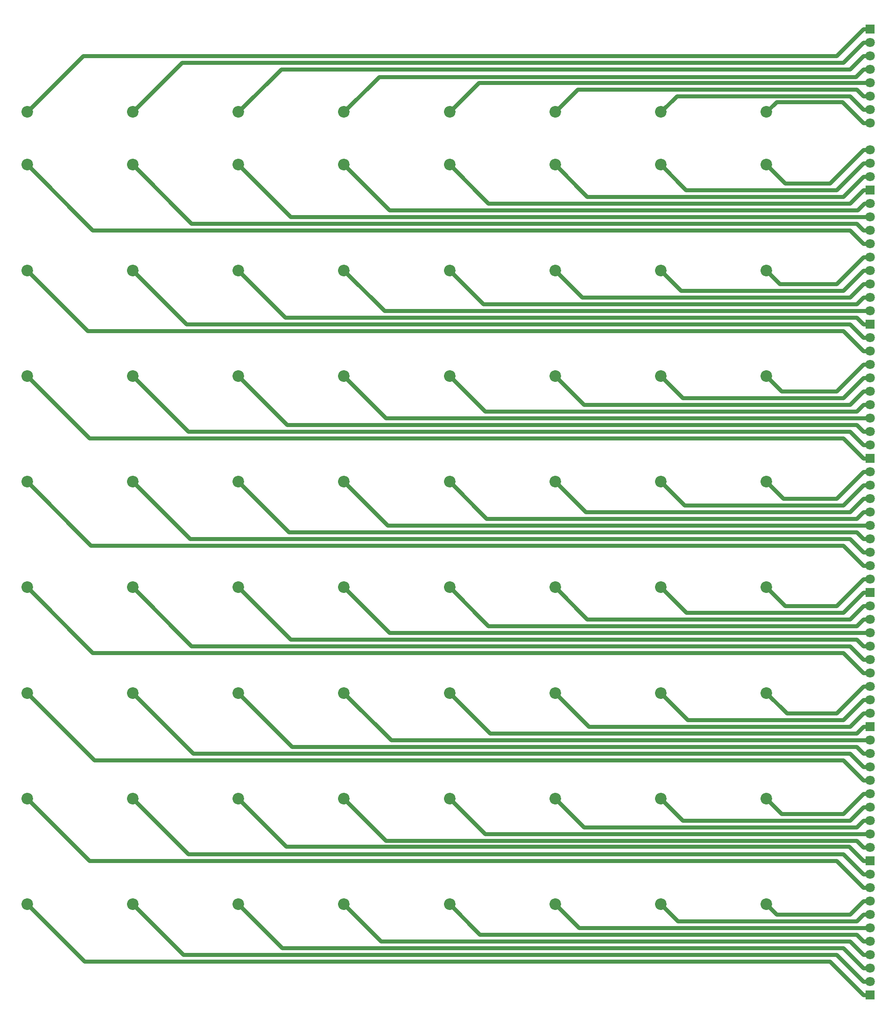
<source format=gbr>
G04 #@! TF.FileFunction,Copper,L2,Bot,Signal*
%FSLAX46Y46*%
G04 Gerber Fmt 4.6, Leading zero omitted, Abs format (unit mm)*
G04 Created by KiCad (PCBNEW 4.0.7) date 06/21/18 11:26:02*
%MOMM*%
%LPD*%
G01*
G04 APERTURE LIST*
%ADD10C,0.100000*%
%ADD11R,1.800000X1.800000*%
%ADD12C,1.800000*%
%ADD13C,2.200000*%
%ADD14C,0.800000*%
G04 APERTURE END LIST*
D10*
D11*
X214630000Y-217170000D03*
D12*
X214630000Y-214630000D03*
X214630000Y-212090000D03*
X214630000Y-209550000D03*
X214630000Y-207010000D03*
X214630000Y-204470000D03*
X214630000Y-201930000D03*
X214630000Y-199390000D03*
X214630000Y-196850000D03*
X214630000Y-194310000D03*
D11*
X214630000Y-191770000D03*
D12*
X214630000Y-189230000D03*
X214630000Y-186690000D03*
X214630000Y-184150000D03*
X214630000Y-181610000D03*
X214630000Y-179070000D03*
X214630000Y-176530000D03*
X214630000Y-173990000D03*
X214630000Y-171450000D03*
X214630000Y-168910000D03*
D11*
X214630000Y-166370000D03*
D12*
X214630000Y-163830000D03*
X214630000Y-161290000D03*
X214630000Y-158750000D03*
X214630000Y-156210000D03*
X214630000Y-153670000D03*
X214630000Y-151130000D03*
X214630000Y-148590000D03*
X214630000Y-146050000D03*
X214630000Y-143510000D03*
D11*
X214630000Y-140970000D03*
D12*
X214630000Y-138430000D03*
X214630000Y-135890000D03*
X214630000Y-133350000D03*
X214630000Y-130810000D03*
X214630000Y-128270000D03*
X214630000Y-125730000D03*
X214630000Y-123190000D03*
X214630000Y-120650000D03*
X214630000Y-118110000D03*
D11*
X214630000Y-115570000D03*
D12*
X214630000Y-113030000D03*
X214630000Y-110490000D03*
X214630000Y-107950000D03*
X214630000Y-105410000D03*
X214630000Y-102870000D03*
X214630000Y-100330000D03*
X214630000Y-97790000D03*
X214630000Y-95250000D03*
X214630000Y-92710000D03*
D11*
X214630000Y-90170000D03*
D12*
X214630000Y-87630000D03*
X214630000Y-85090000D03*
X214630000Y-82550000D03*
X214630000Y-80010000D03*
X214630000Y-77470000D03*
X214630000Y-74930000D03*
X214630000Y-72390000D03*
X214630000Y-69850000D03*
X214630000Y-67310000D03*
D11*
X214630000Y-64770000D03*
D12*
X214630000Y-62230000D03*
X214630000Y-59690000D03*
X214630000Y-57150000D03*
D11*
X214630000Y-34290000D03*
D12*
X214630000Y-36830000D03*
X214630000Y-39370000D03*
X214630000Y-41910000D03*
X214630000Y-44450000D03*
X214630000Y-46990000D03*
X214630000Y-49530000D03*
X214630000Y-52070000D03*
D13*
X55000000Y-200000000D03*
X75000000Y-200000000D03*
X95000000Y-200000000D03*
X115000000Y-200000000D03*
X135000000Y-200000000D03*
X155000000Y-200000000D03*
X175000000Y-200000000D03*
X195000000Y-200000000D03*
X55000000Y-180000000D03*
X75000000Y-180000000D03*
X95000000Y-180000000D03*
X115000000Y-180000000D03*
X135000000Y-180000000D03*
X155000000Y-180000000D03*
X175000000Y-180000000D03*
X195000000Y-180000000D03*
X55000000Y-160000000D03*
X75000000Y-160000000D03*
X95000000Y-160000000D03*
X115000000Y-160000000D03*
X135000000Y-160000000D03*
X155000000Y-160000000D03*
X175000000Y-160000000D03*
X195000000Y-160000000D03*
X55000000Y-140000000D03*
X75000000Y-140000000D03*
X95000000Y-140000000D03*
X115000000Y-140000000D03*
X135000000Y-140000000D03*
X155000000Y-140000000D03*
X175000000Y-140000000D03*
X195000000Y-140000000D03*
X55000000Y-120000000D03*
X75000000Y-120000000D03*
X95000000Y-120000000D03*
X115000000Y-120000000D03*
X135000000Y-120000000D03*
X155000000Y-120000000D03*
X175000000Y-120000000D03*
X195000000Y-120000000D03*
X55000000Y-100000000D03*
X75000000Y-100000000D03*
X95000000Y-100000000D03*
X115000000Y-100000000D03*
X135000000Y-100000000D03*
X155000000Y-100000000D03*
X175000000Y-100000000D03*
X195000000Y-100000000D03*
X55000000Y-80000000D03*
X75000000Y-80000000D03*
X95000000Y-80000000D03*
X115000000Y-80000000D03*
X135000000Y-80000000D03*
X155000000Y-80000000D03*
X175000000Y-80000000D03*
X195000000Y-80000000D03*
X55000000Y-60000000D03*
X75000000Y-60000000D03*
X95000000Y-60000000D03*
X115000000Y-60000000D03*
X135000000Y-60000000D03*
X155000000Y-60000000D03*
X175000000Y-60000000D03*
X195000000Y-60000000D03*
X55000000Y-50000000D03*
X75000000Y-50000000D03*
X95000000Y-50000000D03*
X115000000Y-50000000D03*
X135000000Y-50000000D03*
X155000000Y-50000000D03*
X175000000Y-50000000D03*
X195000000Y-50000000D03*
D14*
X214630000Y-217170000D02*
X213360000Y-217170000D01*
X65820000Y-210820000D02*
X55000000Y-200000000D01*
X207010000Y-210820000D02*
X65820000Y-210820000D01*
X213360000Y-217170000D02*
X207010000Y-210820000D01*
X214630000Y-214630000D02*
X213360000Y-214630000D01*
X84550000Y-209550000D02*
X75000000Y-200000000D01*
X208280000Y-209550000D02*
X84550000Y-209550000D01*
X213360000Y-214630000D02*
X208280000Y-209550000D01*
X214630000Y-212090000D02*
X213360000Y-212090000D01*
X103280000Y-208280000D02*
X95000000Y-200000000D01*
X209550000Y-208280000D02*
X103280000Y-208280000D01*
X213360000Y-212090000D02*
X209550000Y-208280000D01*
X214630000Y-209550000D02*
X213360000Y-209550000D01*
X122010000Y-207010000D02*
X115000000Y-200000000D01*
X210820000Y-207010000D02*
X122010000Y-207010000D01*
X213360000Y-209550000D02*
X210820000Y-207010000D01*
X214630000Y-207010000D02*
X213360000Y-207010000D01*
X140740000Y-205740000D02*
X135000000Y-200000000D01*
X212090000Y-205740000D02*
X140740000Y-205740000D01*
X213360000Y-207010000D02*
X212090000Y-205740000D01*
X214630000Y-204470000D02*
X159470000Y-204470000D01*
X159470000Y-204470000D02*
X155000000Y-200000000D01*
X214630000Y-201930000D02*
X213360000Y-201930000D01*
X178200000Y-203200000D02*
X175000000Y-200000000D01*
X212090000Y-203200000D02*
X178200000Y-203200000D01*
X213360000Y-201930000D02*
X212090000Y-203200000D01*
X214630000Y-199390000D02*
X213360000Y-199390000D01*
X196930000Y-201930000D02*
X195000000Y-200000000D01*
X210820000Y-201930000D02*
X196930000Y-201930000D01*
X213360000Y-199390000D02*
X210820000Y-201930000D01*
X214630000Y-196850000D02*
X213360000Y-196850000D01*
X66770000Y-191770000D02*
X55000000Y-180000000D01*
X208280000Y-191770000D02*
X66770000Y-191770000D01*
X213360000Y-196850000D02*
X208280000Y-191770000D01*
X214630000Y-194310000D02*
X213360000Y-194310000D01*
X85500000Y-190500000D02*
X75000000Y-180000000D01*
X209550000Y-190500000D02*
X85500000Y-190500000D01*
X213360000Y-194310000D02*
X209550000Y-190500000D01*
X214630000Y-191770000D02*
X213360000Y-191770000D01*
X104060002Y-189060002D02*
X95000000Y-180000000D01*
X210650002Y-189060002D02*
X104060002Y-189060002D01*
X213360000Y-191770000D02*
X210650002Y-189060002D01*
X214630000Y-189230000D02*
X213360000Y-189230000D01*
X122960000Y-187960000D02*
X115000000Y-180000000D01*
X212090000Y-187960000D02*
X122960000Y-187960000D01*
X213360000Y-189230000D02*
X212090000Y-187960000D01*
X214630000Y-186690000D02*
X141690000Y-186690000D01*
X141690000Y-186690000D02*
X135000000Y-180000000D01*
X214630000Y-184150000D02*
X213360000Y-184150000D01*
X160420000Y-185420000D02*
X155000000Y-180000000D01*
X212090000Y-185420000D02*
X160420000Y-185420000D01*
X213360000Y-184150000D02*
X212090000Y-185420000D01*
X214630000Y-181610000D02*
X213360000Y-181610000D01*
X179150000Y-184150000D02*
X175000000Y-180000000D01*
X210820000Y-184150000D02*
X179150000Y-184150000D01*
X213360000Y-181610000D02*
X210820000Y-184150000D01*
X214630000Y-179070000D02*
X213360000Y-179070000D01*
X197880000Y-182880000D02*
X195000000Y-180000000D01*
X209550000Y-182880000D02*
X197880000Y-182880000D01*
X213360000Y-179070000D02*
X209550000Y-182880000D01*
X214630000Y-176530000D02*
X213360000Y-176530000D01*
X67720000Y-172720000D02*
X55000000Y-160000000D01*
X209550000Y-172720000D02*
X67720000Y-172720000D01*
X213360000Y-176530000D02*
X209550000Y-172720000D01*
X214630000Y-173990000D02*
X213360000Y-173990000D01*
X86450000Y-171450000D02*
X75000000Y-160000000D01*
X210820000Y-171450000D02*
X86450000Y-171450000D01*
X213360000Y-173990000D02*
X210820000Y-171450000D01*
X214630000Y-171450000D02*
X213360000Y-171450000D01*
X105180000Y-170180000D02*
X95000000Y-160000000D01*
X212090000Y-170180000D02*
X105180000Y-170180000D01*
X213360000Y-171450000D02*
X212090000Y-170180000D01*
X214630000Y-168910000D02*
X123910000Y-168910000D01*
X123910000Y-168910000D02*
X115000000Y-160000000D01*
X214630000Y-166370000D02*
X213360000Y-166370000D01*
X142640000Y-167640000D02*
X135000000Y-160000000D01*
X212090000Y-167640000D02*
X142640000Y-167640000D01*
X213360000Y-166370000D02*
X212090000Y-167640000D01*
X214630000Y-163830000D02*
X213360000Y-163830000D01*
X161370000Y-166370000D02*
X155000000Y-160000000D01*
X210820000Y-166370000D02*
X161370000Y-166370000D01*
X213360000Y-163830000D02*
X210820000Y-166370000D01*
X214630000Y-161290000D02*
X213360000Y-161290000D01*
X180100000Y-165100000D02*
X175000000Y-160000000D01*
X209550000Y-165100000D02*
X180100000Y-165100000D01*
X213360000Y-161290000D02*
X209550000Y-165100000D01*
X214630000Y-158750000D02*
X213360000Y-158750000D01*
X198830000Y-163830000D02*
X195000000Y-160000000D01*
X208280000Y-163830000D02*
X198830000Y-163830000D01*
X213360000Y-158750000D02*
X208280000Y-163830000D01*
X214630000Y-156210000D02*
X213360000Y-156210000D01*
X67400000Y-152400000D02*
X55000000Y-140000000D01*
X209550000Y-152400000D02*
X67400000Y-152400000D01*
X213360000Y-156210000D02*
X209550000Y-152400000D01*
X214630000Y-153670000D02*
X213360000Y-153670000D01*
X86130000Y-151130000D02*
X75000000Y-140000000D01*
X210820000Y-151130000D02*
X86130000Y-151130000D01*
X213360000Y-153670000D02*
X210820000Y-151130000D01*
X214630000Y-151130000D02*
X213360000Y-151130000D01*
X104860000Y-149860000D02*
X95000000Y-140000000D01*
X212090000Y-149860000D02*
X104860000Y-149860000D01*
X213360000Y-151130000D02*
X212090000Y-149860000D01*
X214630000Y-148590000D02*
X123590000Y-148590000D01*
X123590000Y-148590000D02*
X115000000Y-140000000D01*
X214630000Y-146050000D02*
X213360000Y-146050000D01*
X142320000Y-147320000D02*
X135000000Y-140000000D01*
X212090000Y-147320000D02*
X142320000Y-147320000D01*
X213360000Y-146050000D02*
X212090000Y-147320000D01*
X214630000Y-143510000D02*
X213360000Y-143510000D01*
X161050000Y-146050000D02*
X155000000Y-140000000D01*
X210820000Y-146050000D02*
X161050000Y-146050000D01*
X213360000Y-143510000D02*
X210820000Y-146050000D01*
X214630000Y-140970000D02*
X213360000Y-140970000D01*
X179780000Y-144780000D02*
X175000000Y-140000000D01*
X209550000Y-144780000D02*
X179780000Y-144780000D01*
X213360000Y-140970000D02*
X209550000Y-144780000D01*
X214630000Y-138430000D02*
X213360000Y-138430000D01*
X198510000Y-143510000D02*
X195000000Y-140000000D01*
X208280000Y-143510000D02*
X198510000Y-143510000D01*
X213360000Y-138430000D02*
X208280000Y-143510000D01*
X214630000Y-135890000D02*
X213360000Y-135890000D01*
X67080000Y-132080000D02*
X55000000Y-120000000D01*
X209550000Y-132080000D02*
X67080000Y-132080000D01*
X213360000Y-135890000D02*
X209550000Y-132080000D01*
X214630000Y-133350000D02*
X213360000Y-133350000D01*
X85810000Y-130810000D02*
X75000000Y-120000000D01*
X210820000Y-130810000D02*
X85810000Y-130810000D01*
X213360000Y-133350000D02*
X210820000Y-130810000D01*
X214630000Y-130810000D02*
X213360000Y-130810000D01*
X104540000Y-129540000D02*
X95000000Y-120000000D01*
X212090000Y-129540000D02*
X104540000Y-129540000D01*
X213360000Y-130810000D02*
X212090000Y-129540000D01*
X214630000Y-128270000D02*
X123270000Y-128270000D01*
X123270000Y-128270000D02*
X115000000Y-120000000D01*
X214630000Y-125730000D02*
X213360000Y-125730000D01*
X142000000Y-127000000D02*
X135000000Y-120000000D01*
X212090000Y-127000000D02*
X142000000Y-127000000D01*
X213360000Y-125730000D02*
X212090000Y-127000000D01*
X214630000Y-123190000D02*
X213360000Y-123190000D01*
X160730000Y-125730000D02*
X155000000Y-120000000D01*
X210820000Y-125730000D02*
X160730000Y-125730000D01*
X213360000Y-123190000D02*
X210820000Y-125730000D01*
X214630000Y-120650000D02*
X213360000Y-120650000D01*
X179460000Y-124460000D02*
X175000000Y-120000000D01*
X209550000Y-124460000D02*
X179460000Y-124460000D01*
X213360000Y-120650000D02*
X209550000Y-124460000D01*
X214630000Y-118110000D02*
X213360000Y-118110000D01*
X198190000Y-123190000D02*
X195000000Y-120000000D01*
X208280000Y-123190000D02*
X198190000Y-123190000D01*
X213360000Y-118110000D02*
X208280000Y-123190000D01*
X214630000Y-115570000D02*
X213360000Y-115570000D01*
X66760000Y-111760000D02*
X55000000Y-100000000D01*
X209550000Y-111760000D02*
X66760000Y-111760000D01*
X213360000Y-115570000D02*
X209550000Y-111760000D01*
X214630000Y-113030000D02*
X213360000Y-113030000D01*
X85490000Y-110490000D02*
X75000000Y-100000000D01*
X210820000Y-110490000D02*
X85490000Y-110490000D01*
X213360000Y-113030000D02*
X210820000Y-110490000D01*
X214630000Y-110490000D02*
X213360000Y-110490000D01*
X104220000Y-109220000D02*
X95000000Y-100000000D01*
X212090000Y-109220000D02*
X104220000Y-109220000D01*
X213360000Y-110490000D02*
X212090000Y-109220000D01*
X214630000Y-107950000D02*
X122950000Y-107950000D01*
X122950000Y-107950000D02*
X115000000Y-100000000D01*
X214630000Y-105410000D02*
X213360000Y-105410000D01*
X141680000Y-106680000D02*
X135000000Y-100000000D01*
X212090000Y-106680000D02*
X141680000Y-106680000D01*
X213360000Y-105410000D02*
X212090000Y-106680000D01*
X214630000Y-102870000D02*
X213360000Y-102870000D01*
X160410000Y-105410000D02*
X155000000Y-100000000D01*
X210820000Y-105410000D02*
X160410000Y-105410000D01*
X213360000Y-102870000D02*
X210820000Y-105410000D01*
X214630000Y-100330000D02*
X213360000Y-100330000D01*
X179140000Y-104140000D02*
X175000000Y-100000000D01*
X209550000Y-104140000D02*
X179140000Y-104140000D01*
X213360000Y-100330000D02*
X209550000Y-104140000D01*
X214630000Y-97790000D02*
X213360000Y-97790000D01*
X197870000Y-102870000D02*
X195000000Y-100000000D01*
X208280000Y-102870000D02*
X197870000Y-102870000D01*
X213360000Y-97790000D02*
X208280000Y-102870000D01*
X214630000Y-95250000D02*
X213360000Y-95250000D01*
X66440000Y-91440000D02*
X55000000Y-80000000D01*
X209550000Y-91440000D02*
X66440000Y-91440000D01*
X213360000Y-95250000D02*
X209550000Y-91440000D01*
X214630000Y-92710000D02*
X213360000Y-92710000D01*
X85170000Y-90170000D02*
X75000000Y-80000000D01*
X210820000Y-90170000D02*
X85170000Y-90170000D01*
X213360000Y-92710000D02*
X210820000Y-90170000D01*
X214630000Y-90170000D02*
X213360000Y-90170000D01*
X103900000Y-88900000D02*
X95000000Y-80000000D01*
X212090000Y-88900000D02*
X103900000Y-88900000D01*
X213360000Y-90170000D02*
X212090000Y-88900000D01*
X214630000Y-87630000D02*
X122630000Y-87630000D01*
X122630000Y-87630000D02*
X115000000Y-80000000D01*
X214630000Y-85090000D02*
X213360000Y-85090000D01*
X141360000Y-86360000D02*
X135000000Y-80000000D01*
X212090000Y-86360000D02*
X141360000Y-86360000D01*
X213360000Y-85090000D02*
X212090000Y-86360000D01*
X214630000Y-82550000D02*
X213360000Y-82550000D01*
X160090000Y-85090000D02*
X155000000Y-80000000D01*
X210820000Y-85090000D02*
X160090000Y-85090000D01*
X213360000Y-82550000D02*
X210820000Y-85090000D01*
X214630000Y-80010000D02*
X213360000Y-80010000D01*
X178820000Y-83820000D02*
X175000000Y-80000000D01*
X209550000Y-83820000D02*
X178820000Y-83820000D01*
X213360000Y-80010000D02*
X209550000Y-83820000D01*
X214630000Y-77470000D02*
X213360000Y-77470000D01*
X197550000Y-82550000D02*
X195000000Y-80000000D01*
X208280000Y-82550000D02*
X197550000Y-82550000D01*
X213360000Y-77470000D02*
X208280000Y-82550000D01*
X214630000Y-74930000D02*
X213360000Y-74930000D01*
X67390000Y-72390000D02*
X55000000Y-60000000D01*
X210820000Y-72390000D02*
X67390000Y-72390000D01*
X213360000Y-74930000D02*
X210820000Y-72390000D01*
X214630000Y-72390000D02*
X213360000Y-72390000D01*
X86120000Y-71120000D02*
X75000000Y-60000000D01*
X212090000Y-71120000D02*
X86120000Y-71120000D01*
X213360000Y-72390000D02*
X212090000Y-71120000D01*
X214630000Y-69850000D02*
X104850000Y-69850000D01*
X104850000Y-69850000D02*
X95000000Y-60000000D01*
X214630000Y-67310000D02*
X213529998Y-67310000D01*
X123580000Y-68580000D02*
X115000000Y-60000000D01*
X212259998Y-68580000D02*
X123580000Y-68580000D01*
X213529998Y-67310000D02*
X212259998Y-68580000D01*
X214630000Y-64770000D02*
X213360000Y-64770000D01*
X142310000Y-67310000D02*
X135000000Y-60000000D01*
X210820000Y-67310000D02*
X142310000Y-67310000D01*
X213360000Y-64770000D02*
X210820000Y-67310000D01*
X214630000Y-62230000D02*
X213360000Y-62230000D01*
X161040000Y-66040000D02*
X155000000Y-60000000D01*
X209550000Y-66040000D02*
X161040000Y-66040000D01*
X213360000Y-62230000D02*
X209550000Y-66040000D01*
X214630000Y-59690000D02*
X213360000Y-59690000D01*
X179770000Y-64770000D02*
X175000000Y-60000000D01*
X208280000Y-64770000D02*
X179770000Y-64770000D01*
X213360000Y-59690000D02*
X208280000Y-64770000D01*
X214630000Y-57150000D02*
X213360000Y-57150000D01*
X198500000Y-63500000D02*
X195000000Y-60000000D01*
X207010000Y-63500000D02*
X198500000Y-63500000D01*
X213360000Y-57150000D02*
X207010000Y-63500000D01*
X214630000Y-34290000D02*
X213360000Y-34290000D01*
X65630000Y-39370000D02*
X55000000Y-50000000D01*
X208280000Y-39370000D02*
X65630000Y-39370000D01*
X213360000Y-34290000D02*
X208280000Y-39370000D01*
X214630000Y-36830000D02*
X213360000Y-36830000D01*
X84360000Y-40640000D02*
X75000000Y-50000000D01*
X209550000Y-40640000D02*
X84360000Y-40640000D01*
X213360000Y-36830000D02*
X209550000Y-40640000D01*
X214630000Y-39370000D02*
X213360000Y-39370000D01*
X103090000Y-41910000D02*
X95000000Y-50000000D01*
X210820000Y-41910000D02*
X103090000Y-41910000D01*
X213360000Y-39370000D02*
X210820000Y-41910000D01*
X214630000Y-41910000D02*
X213360000Y-41910000D01*
X121650002Y-43349998D02*
X115000000Y-50000000D01*
X211920002Y-43349998D02*
X121650002Y-43349998D01*
X213360000Y-41910000D02*
X211920002Y-43349998D01*
X214630000Y-44450000D02*
X140550000Y-44450000D01*
X140550000Y-44450000D02*
X135000000Y-50000000D01*
X214630000Y-46990000D02*
X213360000Y-46990000D01*
X159280000Y-45720000D02*
X155000000Y-50000000D01*
X212090000Y-45720000D02*
X159280000Y-45720000D01*
X213360000Y-46990000D02*
X212090000Y-45720000D01*
X214630000Y-49530000D02*
X213360000Y-49530000D01*
X178010000Y-46990000D02*
X175000000Y-50000000D01*
X210820000Y-46990000D02*
X178010000Y-46990000D01*
X213360000Y-49530000D02*
X210820000Y-46990000D01*
X214630000Y-52070000D02*
X213360000Y-52070000D01*
X196909998Y-48090002D02*
X195000000Y-50000000D01*
X209380002Y-48090002D02*
X196909998Y-48090002D01*
X213360000Y-52070000D02*
X209380002Y-48090002D01*
M02*

</source>
